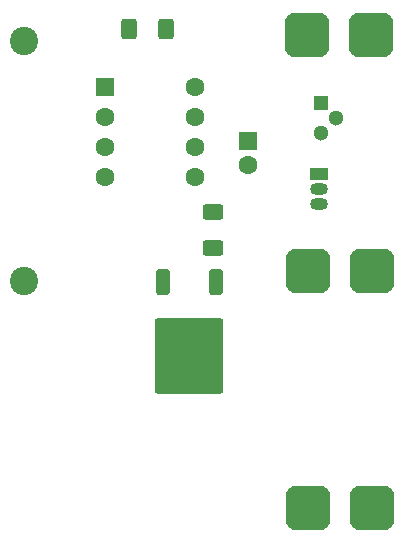
<source format=gts>
%TF.GenerationSoftware,KiCad,Pcbnew,9.0.3*%
%TF.CreationDate,2025-07-24T09:06:34+02:00*%
%TF.ProjectId,turn-signal-flasher-6V,7475726e-2d73-4696-976e-616c2d666c61,rev?*%
%TF.SameCoordinates,Original*%
%TF.FileFunction,Soldermask,Top*%
%TF.FilePolarity,Negative*%
%FSLAX46Y46*%
G04 Gerber Fmt 4.6, Leading zero omitted, Abs format (unit mm)*
G04 Created by KiCad (PCBNEW 9.0.3) date 2025-07-24 09:06:34*
%MOMM*%
%LPD*%
G01*
G04 APERTURE LIST*
G04 Aperture macros list*
%AMRoundRect*
0 Rectangle with rounded corners*
0 $1 Rounding radius*
0 $2 $3 $4 $5 $6 $7 $8 $9 X,Y pos of 4 corners*
0 Add a 4 corners polygon primitive as box body*
4,1,4,$2,$3,$4,$5,$6,$7,$8,$9,$2,$3,0*
0 Add four circle primitives for the rounded corners*
1,1,$1+$1,$2,$3*
1,1,$1+$1,$4,$5*
1,1,$1+$1,$6,$7*
1,1,$1+$1,$8,$9*
0 Add four rect primitives between the rounded corners*
20,1,$1+$1,$2,$3,$4,$5,0*
20,1,$1+$1,$4,$5,$6,$7,0*
20,1,$1+$1,$6,$7,$8,$9,0*
20,1,$1+$1,$8,$9,$2,$3,0*%
G04 Aperture macros list end*
%ADD10R,1.300000X1.300000*%
%ADD11C,1.300000*%
%ADD12RoundRect,0.950000X-0.950000X-0.950000X0.950000X-0.950000X0.950000X0.950000X-0.950000X0.950000X0*%
%ADD13RoundRect,0.250000X-0.350000X0.850000X-0.350000X-0.850000X0.350000X-0.850000X0.350000X0.850000X0*%
%ADD14RoundRect,0.249997X-2.650003X2.950003X-2.650003X-2.950003X2.650003X-2.950003X2.650003X2.950003X0*%
%ADD15RoundRect,0.250000X-0.550000X0.550000X-0.550000X-0.550000X0.550000X-0.550000X0.550000X0.550000X0*%
%ADD16C,1.600000*%
%ADD17RoundRect,0.250000X-0.550000X-0.550000X0.550000X-0.550000X0.550000X0.550000X-0.550000X0.550000X0*%
%ADD18RoundRect,0.250000X-0.625000X0.400000X-0.625000X-0.400000X0.625000X-0.400000X0.625000X0.400000X0*%
%ADD19C,2.400000*%
%ADD20RoundRect,0.250000X-0.400000X-0.625000X0.400000X-0.625000X0.400000X0.625000X-0.400000X0.625000X0*%
%ADD21R,1.500000X1.050000*%
%ADD22O,1.500000X1.050000*%
G04 APERTURE END LIST*
D10*
%TO.C,U2*%
X131640000Y-110730000D03*
D11*
X132910000Y-112000000D03*
X131640000Y-113270000D03*
%TD*%
D12*
%TO.C,J3*%
X130550000Y-145000000D03*
X135950000Y-145000000D03*
%TD*%
D13*
%TO.C,Q2*%
X122805000Y-125875000D03*
D14*
X120525000Y-132175000D03*
D13*
X118245000Y-125875000D03*
%TD*%
D12*
%TO.C,J1*%
X130500000Y-105000000D03*
X135900000Y-105000000D03*
%TD*%
D15*
%TO.C,C2*%
X125500000Y-114000000D03*
D16*
X125500000Y-116000000D03*
%TD*%
D17*
%TO.C,U1*%
X113380000Y-109380000D03*
D16*
X113380000Y-111920000D03*
X113380000Y-114460000D03*
X113380000Y-117000000D03*
X121000000Y-117000000D03*
X121000000Y-114460000D03*
X121000000Y-111920000D03*
X121000000Y-109380000D03*
%TD*%
D12*
%TO.C,J2*%
X130550000Y-125000000D03*
X135950000Y-125000000D03*
%TD*%
D18*
%TO.C,R7*%
X122500000Y-119950000D03*
X122500000Y-123050000D03*
%TD*%
D19*
%TO.C,R11*%
X106500000Y-125820000D03*
X106500000Y-105500000D03*
%TD*%
D20*
%TO.C,R8*%
X115400000Y-104500000D03*
X118500000Y-104500000D03*
%TD*%
D21*
%TO.C,Q1*%
X131500000Y-116730000D03*
D22*
X131500000Y-118000000D03*
X131500000Y-119270000D03*
%TD*%
M02*

</source>
